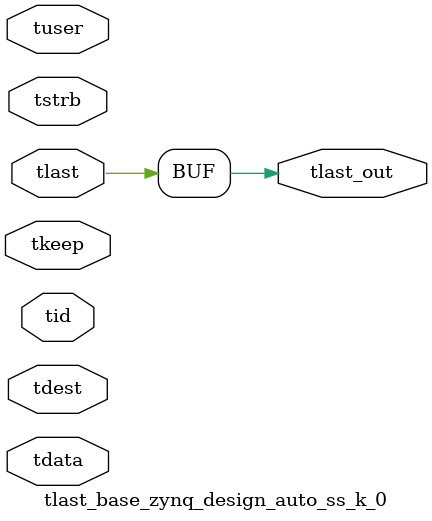
<source format=v>


`timescale 1ps/1ps

module tlast_base_zynq_design_auto_ss_k_0 #
(
parameter C_S_AXIS_TID_WIDTH   = 1,
parameter C_S_AXIS_TUSER_WIDTH = 0,
parameter C_S_AXIS_TDATA_WIDTH = 0,
parameter C_S_AXIS_TDEST_WIDTH = 0
)
(
input  [(C_S_AXIS_TID_WIDTH   == 0 ? 1 : C_S_AXIS_TID_WIDTH)-1:0       ] tid,
input  [(C_S_AXIS_TDATA_WIDTH == 0 ? 1 : C_S_AXIS_TDATA_WIDTH)-1:0     ] tdata,
input  [(C_S_AXIS_TUSER_WIDTH == 0 ? 1 : C_S_AXIS_TUSER_WIDTH)-1:0     ] tuser,
input  [(C_S_AXIS_TDEST_WIDTH == 0 ? 1 : C_S_AXIS_TDEST_WIDTH)-1:0     ] tdest,
input  [(C_S_AXIS_TDATA_WIDTH/8)-1:0 ] tkeep,
input  [(C_S_AXIS_TDATA_WIDTH/8)-1:0 ] tstrb,
input  [0:0]                                                             tlast,
output                                                                   tlast_out
);

assign tlast_out = {tlast[0]};

endmodule


</source>
